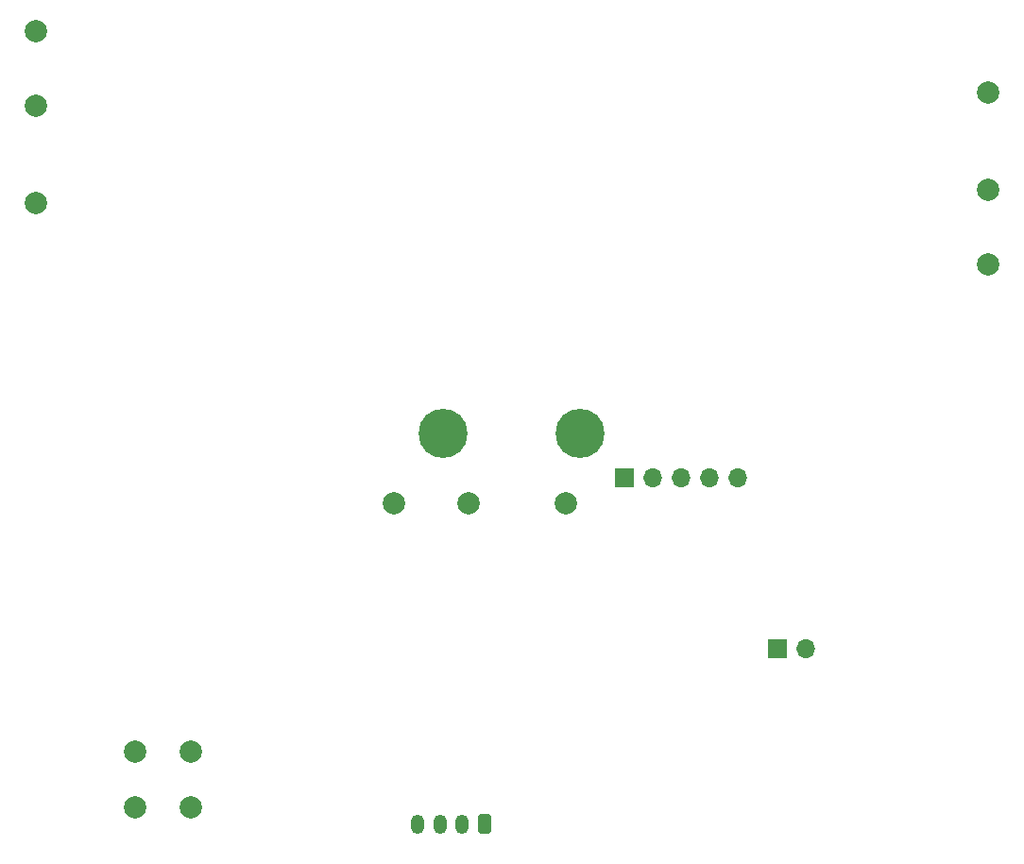
<source format=gbr>
G04 #@! TF.GenerationSoftware,KiCad,Pcbnew,5.1.7-a382d34a8~87~ubuntu20.04.1*
G04 #@! TF.CreationDate,2020-10-04T08:45:11+02:00*
G04 #@! TF.ProjectId,reform2-trackball,7265666f-726d-4322-9d74-7261636b6261,rev?*
G04 #@! TF.SameCoordinates,Original*
G04 #@! TF.FileFunction,Soldermask,Bot*
G04 #@! TF.FilePolarity,Negative*
%FSLAX46Y46*%
G04 Gerber Fmt 4.6, Leading zero omitted, Abs format (unit mm)*
G04 Created by KiCad (PCBNEW 5.1.7-a382d34a8~87~ubuntu20.04.1) date 2020-10-04 08:45:11*
%MOMM*%
%LPD*%
G01*
G04 APERTURE LIST*
%ADD10O,1.200000X1.750000*%
%ADD11C,2.000000*%
%ADD12R,1.700000X1.700000*%
%ADD13O,1.700000X1.700000*%
%ADD14C,4.400000*%
G04 APERTURE END LIST*
D10*
X103250000Y-160250000D03*
X105250000Y-160250000D03*
X107250000Y-160250000D03*
G36*
G01*
X109850000Y-159624999D02*
X109850000Y-160875001D01*
G75*
G02*
X109600001Y-161125000I-249999J0D01*
G01*
X108899999Y-161125000D01*
G75*
G02*
X108650000Y-160875001I0J249999D01*
G01*
X108650000Y-159624999D01*
G75*
G02*
X108899999Y-159375000I249999J0D01*
G01*
X109600001Y-159375000D01*
G75*
G02*
X109850000Y-159624999I0J-249999D01*
G01*
G37*
D11*
X69000000Y-104600000D03*
X69000000Y-95900000D03*
X69000000Y-89200000D03*
X101150000Y-131500000D03*
X107850000Y-131500000D03*
X116550000Y-131500000D03*
X154400000Y-94700000D03*
X154400000Y-103400000D03*
X154400000Y-110100000D03*
X82900000Y-153750000D03*
X82900000Y-158750000D03*
X77900000Y-158750000D03*
X77900000Y-153750000D03*
D12*
X135500000Y-144500000D03*
D13*
X138040000Y-144500000D03*
D14*
X105550000Y-125250000D03*
X117800000Y-125250000D03*
D12*
X121800000Y-129200000D03*
D13*
X124340000Y-129200000D03*
X126880000Y-129200000D03*
X129420000Y-129200000D03*
X131960000Y-129200000D03*
M02*

</source>
